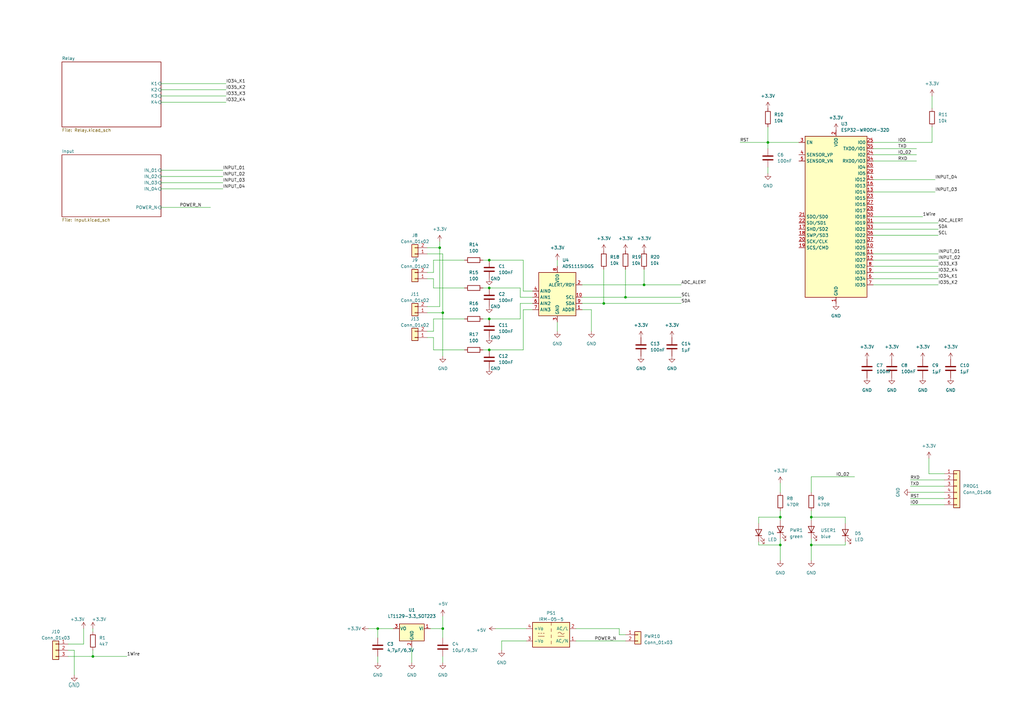
<source format=kicad_sch>
(kicad_sch (version 20230121) (generator eeschema)
  (paper "A3")
  (lib_symbols
    (symbol "Analog_ADC:ADS1115IDGS"
      (property "Reference" "U" (at 2.54 13.97 0))
      (property "Value" "ADS1115IDGS" (at 7.62 11.43 0))
      (symbol "ADS1115IDGS_0_1"
        (rectangle (start -7.62 10.16) (end 7.62 -7.62) (stroke (width 0.254)) (fill (type background)))
      )
      (symbol "ADS1115IDGS_1_1"
        (pin input line (at 10.16 -5.08 180) (length 2.54) (name "ADDR") (number "1"))
        (pin input line (at 10.16 0 180) (length 2.54) (name "SCL") (number "10"))
        (pin output line (at 10.16 5.08 180) (length 2.54) (name "ALERT/RDY") (number "2"))
        (pin power_in line (at 0 -10.16 90) (length 2.54) (name "GND") (number "3"))
        (pin input line (at -10.16 2.54 0) (length 2.54) (name "AIN0") (number "4"))
        (pin input line (at -10.16 0 0) (length 2.54) (name "AIN1") (number "5"))
        (pin input line (at -10.16 -2.54 0) (length 2.54) (name "AIN2") (number "6"))
        (pin input line (at -10.16 -5.08 0) (length 2.54) (name "AIN3") (number "7"))
        (pin power_in line (at 0 12.7 270) (length 2.54) (name "VDD") (number "8"))
        (pin bidirectional line (at 10.16 -2.54 180) (length 2.54) (name "SDA") (number "9"))
      )
    )
    (symbol "Connector_Generic:Conn_01x02" (pin_names (offset 1.016) hide)
      (property "Reference" "J" (at 0 2.54 0))
      (property "Value" "Conn_01x02" (at 0 -5.08 0))
      (symbol "Conn_01x02_1_1"
        (rectangle (start -1.27 -2.413) (end 0 -2.667) (stroke (width 0.1524)))
        (rectangle (start -1.27 0.127) (end 0 -0.127) (stroke (width 0.1524)))
        (rectangle (start -1.27 1.27) (end 1.27 -3.81) (stroke (width 0.254)) (fill (type background)))
        (pin passive line (at -5.08 0 0) (length 3.81) (name "Pin_1") (number "1"))
        (pin passive line (at -5.08 -2.54 0) (length 3.81) (name "Pin_2") (number "2"))
      )
    )
    (symbol "Connector_Generic:Conn_01x03" (pin_names (offset 1.016) hide)
      (property "Reference" "J" (at 0 5.08 0))
      (property "Value" "Conn_01x03" (at 0 -5.08 0))
      (symbol "Conn_01x03_1_1"
        (rectangle (start -1.27 -2.413) (end 0 -2.667) (stroke (width 0.1524)))
        (rectangle (start -1.27 0.127) (end 0 -0.127) (stroke (width 0.1524)))
        (rectangle (start -1.27 2.667) (end 0 2.413) (stroke (width 0.1524)))
        (rectangle (start -1.27 3.81) (end 1.27 -3.81) (stroke (width 0.254)) (fill (type background)))
        (pin passive line (at -5.08 2.54 0) (length 3.81) (name "Pin_1") (number "1"))
        (pin passive line (at -5.08 0 0) (length 3.81) (name "Pin_2") (number "2"))
        (pin passive line (at -5.08 -2.54 0) (length 3.81) (name "Pin_3") (number "3"))
      )
    )
    (symbol "Connector_Generic:Conn_01x06" (pin_names (offset 1.016) hide)
      (property "Reference" "J" (at 0 7.62 0))
      (property "Value" "Conn_01x06" (at 0 -10.16 0))
      (symbol "Conn_01x06_1_1"
        (rectangle (start -1.27 -7.493) (end 0 -7.747) (stroke (width 0.1524)))
        (rectangle (start -1.27 -4.953) (end 0 -5.207) (stroke (width 0.1524)))
        (rectangle (start -1.27 -2.413) (end 0 -2.667) (stroke (width 0.1524)))
        (rectangle (start -1.27 0.127) (end 0 -0.127) (stroke (width 0.1524)))
        (rectangle (start -1.27 2.667) (end 0 2.413) (stroke (width 0.1524)))
        (rectangle (start -1.27 5.207) (end 0 4.953) (stroke (width 0.1524)))
        (rectangle (start -1.27 6.35) (end 1.27 -8.89) (stroke (width 0.254)) (fill (type background)))
        (pin passive line (at -5.08 5.08 0) (length 3.81) (name "Pin_1") (number "1"))
        (pin passive line (at -5.08 2.54 0) (length 3.81) (name "Pin_2") (number "2"))
        (pin passive line (at -5.08 0 0) (length 3.81) (name "Pin_3") (number "3"))
        (pin passive line (at -5.08 -2.54 0) (length 3.81) (name "Pin_4") (number "4"))
        (pin passive line (at -5.08 -5.08 0) (length 3.81) (name "Pin_5") (number "5"))
        (pin passive line (at -5.08 -7.62 0) (length 3.81) (name "Pin_6") (number "6"))
      )
    )
    (symbol "Converter_ACDC:IRM-05-5"
      (property "Reference" "PS" (at 0 6.35 0))
      (property "Value" "IRM-05-5" (at 0 -6.35 0))
      (symbol "IRM-05-5_0_1"
        (rectangle (start -7.62 5.08) (end 7.62 -5.08) (stroke (width 0.254)) (fill (type background)))
        (arc (start -5.334 0.635) (mid -4.699 0.2495) (end -4.064 0.635))
        (arc (start -2.794 0.635) (mid -3.429 1.0072) (end -4.064 0.635))
        (polyline (pts (xy -5.334 -0.635) (xy -2.794 -0.635)))
        (polyline (pts (xy 0 -2.54) (xy 0 -3.81)))
        (polyline (pts (xy 0 0) (xy 0 -1.27)))
        (polyline (pts (xy 0 2.54) (xy 0 1.27)))
        (polyline (pts (xy 0 5.08) (xy 0 3.81)))
        (polyline (pts (xy 2.794 -0.635) (xy 5.334 -0.635)))
        (polyline (pts (xy 2.794 0.635) (xy 3.302 0.635)))
        (polyline (pts (xy 3.81 0.635) (xy 4.318 0.635)))
        (polyline (pts (xy 4.826 0.635) (xy 5.334 0.635)))
      )
      (symbol "IRM-05-5_1_1"
        (pin power_in line (at -10.16 -2.54 0) (length 2.54) (name "AC/N") (number "1"))
        (pin power_in line (at -10.16 2.54 0) (length 2.54) (name "AC/L") (number "2"))
        (pin power_out line (at 10.16 -2.54 180) (length 2.54) (name "-Vo") (number "3"))
        (pin power_out line (at 10.16 2.54 180) (length 2.54) (name "+Vo") (number "4"))
      )
    )
    (symbol "Device:C" (pin_numbers hide) (pin_names (offset 0.254))
      (property "Reference" "C" (at 0.635 2.54 0))
      (property "Value" "C" (at 0.635 -2.54 0))
      (symbol "C_0_1"
        (polyline (pts (xy -2.032 -0.762) (xy 2.032 -0.762)) (stroke (width 0.508)))
        (polyline (pts (xy -2.032 0.762) (xy 2.032 0.762)) (stroke (width 0.508)))
      )
      (symbol "C_1_1"
        (pin passive line (at 0 3.81 270) (length 2.794) (name "~") (number "1"))
        (pin passive line (at 0 -3.81 90) (length 2.794) (name "~") (number "2"))
      )
    )
    (symbol "Device:LED" (pin_numbers hide) (pin_names (offset 1.016) hide)
      (property "Reference" "D" (at 0 2.54 0))
      (property "Value" "LED" (at 0 -2.54 0))
      (symbol "LED_0_1"
        (polyline (pts (xy -1.27 -1.27) (xy -1.27 1.27)) (stroke (width 0.254)))
        (polyline (pts (xy -1.27 0) (xy 1.27 0)))
        (polyline (pts (xy 1.27 -1.27) (xy 1.27 1.27) (xy -1.27 0) (xy 1.27 -1.27)) (stroke (width 0.254)))
        (polyline (pts (xy -3.048 -0.762) (xy -4.572 -2.286) (xy -3.81 -2.286) (xy -4.572 -2.286) (xy -4.572 -1.524)))
        (polyline (pts (xy -1.778 -0.762) (xy -3.302 -2.286) (xy -2.54 -2.286) (xy -3.302 -2.286) (xy -3.302 -1.524)))
      )
      (symbol "LED_1_1"
        (pin passive line (at -3.81 0 0) (length 2.54) (name "K") (number "1"))
        (pin passive line (at 3.81 0 180) (length 2.54) (name "A") (number "2"))
      )
    )
    (symbol "Device:R" (pin_numbers hide) (pin_names (offset 0))
      (property "Reference" "R" (at 2.032 0 90))
      (property "Value" "R" (at 0 0 90))
      (symbol "R_0_1"
        (rectangle (start -1.016 -2.54) (end 1.016 2.54) (stroke (width 0.254)))
      )
      (symbol "R_1_1"
        (pin passive line (at 0 3.81 270) (length 1.27) (name "~") (number "1"))
        (pin passive line (at 0 -3.81 90) (length 1.27) (name "~") (number "2"))
      )
    )
    (symbol "RF_Module:ESP32-WROOM-32D"
      (property "Reference" "U" (at -12.7 34.29 0))
      (property "Value" "ESP32-WROOM-32D" (at 1.27 34.29 0))
      (symbol "ESP32-WROOM-32D_0_1"
        (rectangle (start -12.7 33.02) (end 12.7 -33.02) (stroke (width 0.254)) (fill (type background)))
      )
      (symbol "ESP32-WROOM-32D_1_1"
        (pin power_in line (at 0 -35.56 90) (length 2.54) (name "GND") (number "1"))
        (pin bidirectional line (at 15.24 -12.7 180) (length 2.54) (name "IO25") (number "10"))
        (pin bidirectional line (at 15.24 -15.24 180) (length 2.54) (name "IO26") (number "11"))
        (pin bidirectional line (at 15.24 -17.78 180) (length 2.54) (name "IO27") (number "12"))
        (pin bidirectional line (at 15.24 10.16 180) (length 2.54) (name "IO14") (number "13"))
        (pin bidirectional line (at 15.24 15.24 180) (length 2.54) (name "IO12") (number "14"))
        (pin passive line (at 0 -35.56 90) (length 2.54) hide (name "GND") (number "15"))
        (pin bidirectional line (at 15.24 12.7 180) (length 2.54) (name "IO13") (number "16"))
        (pin bidirectional line (at -15.24 -5.08 0) (length 2.54) (name "SHD/SD2") (number "17"))
        (pin bidirectional line (at -15.24 -7.62 0) (length 2.54) (name "SWP/SD3") (number "18"))
        (pin bidirectional line (at -15.24 -12.7 0) (length 2.54) (name "SCS/CMD") (number "19"))
        (pin power_in line (at 0 35.56 270) (length 2.54) (name "VDD") (number "2"))
        (pin bidirectional line (at -15.24 -10.16 0) (length 2.54) (name "SCK/CLK") (number "20"))
        (pin bidirectional line (at -15.24 0 0) (length 2.54) (name "SDO/SD0") (number "21"))
        (pin bidirectional line (at -15.24 -2.54 0) (length 2.54) (name "SDI/SD1") (number "22"))
        (pin bidirectional line (at 15.24 7.62 180) (length 2.54) (name "IO15") (number "23"))
        (pin bidirectional line (at 15.24 25.4 180) (length 2.54) (name "IO2") (number "24"))
        (pin bidirectional line (at 15.24 30.48 180) (length 2.54) (name "IO0") (number "25"))
        (pin bidirectional line (at 15.24 20.32 180) (length 2.54) (name "IO4") (number "26"))
        (pin bidirectional line (at 15.24 5.08 180) (length 2.54) (name "IO16") (number "27"))
        (pin bidirectional line (at 15.24 2.54 180) (length 2.54) (name "IO17") (number "28"))
        (pin bidirectional line (at 15.24 17.78 180) (length 2.54) (name "IO5") (number "29"))
        (pin input line (at -15.24 30.48 0) (length 2.54) (name "EN") (number "3"))
        (pin bidirectional line (at 15.24 0 180) (length 2.54) (name "IO18") (number "30"))
        (pin bidirectional line (at 15.24 -2.54 180) (length 2.54) (name "IO19") (number "31"))
        (pin no_connect line (at -12.7 -27.94 0) (length 2.54) hide (name "NC") (number "32"))
        (pin bidirectional line (at 15.24 -5.08 180) (length 2.54) (name "IO21") (number "33"))
        (pin bidirectional line (at 15.24 22.86 180) (length 2.54) (name "RXD0/IO3") (number "34"))
        (pin bidirectional line (at 15.24 27.94 180) (length 2.54) (name "TXD0/IO1") (number "35"))
        (pin bidirectional line (at 15.24 -7.62 180) (length 2.54) (name "IO22") (number "36"))
        (pin bidirectional line (at 15.24 -10.16 180) (length 2.54) (name "IO23") (number "37"))
        (pin passive line (at 0 -35.56 90) (length 2.54) hide (name "GND") (number "38"))
        (pin passive line (at 0 -35.56 90) (length 2.54) hide (name "GND") (number "39"))
        (pin input line (at -15.24 25.4 0) (length 2.54) (name "SENSOR_VP") (number "4"))
        (pin input line (at -15.24 22.86 0) (length 2.54) (name "SENSOR_VN") (number "5"))
        (pin input line (at 15.24 -25.4 180) (length 2.54) (name "IO34") (number "6"))
        (pin input line (at 15.24 -27.94 180) (length 2.54) (name "IO35") (number "7"))
        (pin bidirectional line (at 15.24 -20.32 180) (length 2.54) (name "IO32") (number "8"))
        (pin bidirectional line (at 15.24 -22.86 180) (length 2.54) (name "IO33") (number "9"))
      )
    )
    (symbol "Regulator_Linear:LT1129-3.3_SOT223" (pin_names (offset 0.254))
      (property "Reference" "U" (at -3.81 3.175 0))
      (property "Value" "LT1129-3.3_SOT223" (at 0 3.175 0))
      (symbol "LT1129-3.3_SOT223_0_1"
        (rectangle (start -5.08 -5.08) (end 5.08 1.905) (stroke (width 0.254)) (fill (type background)))
      )
      (symbol "LT1129-3.3_SOT223_1_1"
        (pin power_in line (at -7.62 0 0) (length 2.54) (name "VI") (number "1"))
        (pin power_in line (at 0 -7.62 90) (length 2.54) (name "GND") (number "2"))
        (pin power_out line (at 7.62 0 180) (length 2.54) (name "VO") (number "3"))
      )
    )
    (symbol "power:+3.3V" (power) (pin_names (offset 0))
      (property "Value" "+3.3V" (at 0 3.556 0))
      (symbol "+3.3V_0_1"
        (polyline (pts (xy -0.762 1.27) (xy 0 2.54)))
        (polyline (pts (xy 0 0) (xy 0 2.54)))
        (polyline (pts (xy 0 2.54) (xy 0.762 1.27)))
      )
      (symbol "+3.3V_1_1"
        (pin power_in line (at 0 0 90) (length 0) hide (name "+3.3V") (number "1"))
      )
    )
    (symbol "power:+5V" (power) (pin_names (offset 0))
      (property "Value" "+5V" (at 0 3.556 0))
      (symbol "+5V_0_1"
        (polyline (pts (xy -0.762 1.27) (xy 0 2.54)))
        (polyline (pts (xy 0 0) (xy 0 2.54)))
        (polyline (pts (xy 0 2.54) (xy 0.762 1.27)))
      )
      (symbol "+5V_1_1"
        (pin power_in line (at 0 0 90) (length 0) hide (name "+5V") (number "1"))
      )
    )
    (symbol "power:GND" (power) (pin_names (offset 0))
      (property "Value" "GND" (at 0 -3.81 0))
      (symbol "GND_0_1"
        (polyline (pts (xy 0 0) (xy 0 -1.27) (xy 1.27 -1.27) (xy 0 -2.54) (xy -1.27 -1.27) (xy 0 -1.27)))
      )
      (symbol "GND_1_1"
        (pin power_in line (at 0 0 270) (length 0) hide (name "GND") (number "1"))
      )
    )
  )
  (junction (at 320.04 223.52))
  (junction (at 332.74 223.52))
  (junction (at 264.16 116.84))
  (junction (at 181.61 128.27))
  (junction (at 256.54 121.92))
  (junction (at 247.65 124.46))
  (junction (at 200.66 118.11))
  (junction (at 181.61 257.81))
  (junction (at 200.66 106.68))
  (junction (at 154.94 257.81))
  (junction (at 180.34 101.6))
  (junction (at 200.66 143.51))
  (junction (at 200.66 130.81))
  (junction (at 320.04 212.09))
  (junction (at 314.96 58.42))
  (junction (at 332.74 212.09))
  (junction (at 38.1 269.24))
  (wire (pts (xy 358.14 73.66) (xy 383.54 73.66)))
  (wire (pts (xy 228.6 106.68) (xy 228.6 109.22)))
  (wire (pts (xy 218.44 121.92) (xy 213.36 121.92)))
  (wire (pts (xy 176.53 257.81) (xy 181.61 257.81)))
  (wire (pts (xy 314.96 60.96) (xy 314.96 58.42)))
  (wire (pts (xy 175.26 138.43) (xy 177.8 138.43)))
  (wire (pts (xy 314.96 68.58) (xy 314.96 71.12)))
  (wire (pts (xy 264.16 110.49) (xy 264.16 116.84)))
  (wire (pts (xy 66.04 77.47) (xy 91.44 77.47)))
  (wire (pts (xy 180.34 101.6) (xy 180.34 125.73)))
  (wire (pts (xy 228.6 135.89) (xy 228.6 132.08)))
  (wire (pts (xy 203.2 257.81) (xy 215.9 257.81)))
  (wire (pts (xy 358.14 106.68) (xy 384.81 106.68)))
  (wire (pts (xy 381 194.31) (xy 387.35 194.31)))
  (wire (pts (xy 154.94 271.78) (xy 154.94 269.24)))
  (wire (pts (xy 200.66 106.68) (xy 214.63 106.68)))
  (wire (pts (xy 332.74 213.36) (xy 332.74 212.09)))
  (wire (pts (xy 213.36 121.92) (xy 213.36 118.11)))
  (wire (pts (xy 256.54 260.35) (xy 254 260.35)))
  (wire (pts (xy 213.36 118.11) (xy 200.66 118.11)))
  (wire (pts (xy 320.04 223.52) (xy 320.04 229.87)))
  (wire (pts (xy 214.63 106.68) (xy 214.63 119.38)))
  (wire (pts (xy 358.14 78.74) (xy 383.54 78.74)))
  (wire (pts (xy 214.63 127) (xy 218.44 127)))
  (wire (pts (xy 175.26 135.89) (xy 177.8 135.89)))
  (wire (pts (xy 358.14 60.96) (xy 375.92 60.96)))
  (wire (pts (xy 311.15 222.25) (xy 311.15 223.52)))
  (wire (pts (xy 66.04 74.93) (xy 91.44 74.93)))
  (wire (pts (xy 358.14 88.9) (xy 378.46 88.9)))
  (wire (pts (xy 198.12 106.68) (xy 200.66 106.68)))
  (wire (pts (xy 236.22 257.81) (xy 254 257.81)))
  (wire (pts (xy 177.8 111.76) (xy 177.8 106.68)))
  (wire (pts (xy 66.04 72.39) (xy 91.44 72.39)))
  (wire (pts (xy 198.12 143.51) (xy 200.66 143.51)))
  (wire (pts (xy 154.94 257.81) (xy 161.29 257.81)))
  (wire (pts (xy 332.74 220.98) (xy 332.74 223.52)))
  (wire (pts (xy 177.8 106.68) (xy 190.5 106.68)))
  (wire (pts (xy 311.15 214.63) (xy 311.15 212.09)))
  (wire (pts (xy 238.76 116.84) (xy 264.16 116.84)))
  (wire (pts (xy 175.26 104.14) (xy 181.61 104.14)))
  (wire (pts (xy 346.71 214.63) (xy 346.71 212.09)))
  (wire (pts (xy 264.16 116.84) (xy 279.4 116.84)))
  (wire (pts (xy 382.27 39.37) (xy 382.27 44.45)))
  (wire (pts (xy 311.15 223.52) (xy 320.04 223.52)))
  (wire (pts (xy 175.26 111.76) (xy 177.8 111.76)))
  (wire (pts (xy 38.1 269.24) (xy 52.07 269.24)))
  (wire (pts (xy 38.1 257.81) (xy 38.1 259.08)))
  (wire (pts (xy 213.36 124.46) (xy 213.36 130.81)))
  (wire (pts (xy 332.74 223.52) (xy 346.71 223.52)))
  (wire (pts (xy 242.57 135.89) (xy 242.57 127)))
  (wire (pts (xy 27.94 266.7) (xy 30.48 266.7)))
  (wire (pts (xy 200.66 118.11) (xy 198.12 118.11)))
  (wire (pts (xy 66.04 41.91) (xy 92.71 41.91)))
  (wire (pts (xy 175.26 125.73) (xy 180.34 125.73)))
  (wire (pts (xy 181.61 128.27) (xy 181.61 146.05)))
  (wire (pts (xy 358.14 63.5) (xy 375.92 63.5)))
  (wire (pts (xy 177.8 135.89) (xy 177.8 130.81)))
  (wire (pts (xy 214.63 143.51) (xy 214.63 127)))
  (wire (pts (xy 314.96 58.42) (xy 327.66 58.42)))
  (wire (pts (xy 66.04 85.09) (xy 86.36 85.09)))
  (wire (pts (xy 332.74 212.09) (xy 332.74 209.55)))
  (wire (pts (xy 358.14 114.3) (xy 384.81 114.3)))
  (wire (pts (xy 256.54 110.49) (xy 256.54 121.92)))
  (wire (pts (xy 320.04 213.36) (xy 320.04 212.09)))
  (wire (pts (xy 373.38 199.39) (xy 387.35 199.39)))
  (wire (pts (xy 332.74 201.93) (xy 332.74 195.58)))
  (wire (pts (xy 205.74 262.89) (xy 215.9 262.89)))
  (wire (pts (xy 358.14 91.44) (xy 384.81 91.44)))
  (wire (pts (xy 247.65 124.46) (xy 279.4 124.46)))
  (wire (pts (xy 200.66 130.81) (xy 198.12 130.81)))
  (wire (pts (xy 177.8 143.51) (xy 190.5 143.51)))
  (wire (pts (xy 168.91 271.78) (xy 168.91 265.43)))
  (wire (pts (xy 200.66 143.51) (xy 214.63 143.51)))
  (wire (pts (xy 358.14 111.76) (xy 384.81 111.76)))
  (wire (pts (xy 151.13 257.81) (xy 154.94 257.81)))
  (wire (pts (xy 27.94 269.24) (xy 38.1 269.24)))
  (wire (pts (xy 358.14 104.14) (xy 384.81 104.14)))
  (wire (pts (xy 256.54 121.92) (xy 279.4 121.92)))
  (wire (pts (xy 332.74 223.52) (xy 332.74 229.87)))
  (wire (pts (xy 214.63 119.38) (xy 218.44 119.38)))
  (wire (pts (xy 218.44 124.46) (xy 213.36 124.46)))
  (wire (pts (xy 238.76 127) (xy 242.57 127)))
  (wire (pts (xy 320.04 220.98) (xy 320.04 223.52)))
  (wire (pts (xy 254 257.81) (xy 254 260.35)))
  (wire (pts (xy 303.53 58.42) (xy 314.96 58.42)))
  (wire (pts (xy 177.8 118.11) (xy 177.8 114.3)))
  (wire (pts (xy 175.26 114.3) (xy 177.8 114.3)))
  (wire (pts (xy 30.48 266.7) (xy 30.48 276.86)))
  (wire (pts (xy 346.71 212.09) (xy 332.74 212.09)))
  (wire (pts (xy 358.14 109.22) (xy 384.81 109.22)))
  (wire (pts (xy 346.71 222.25) (xy 346.71 223.52)))
  (wire (pts (xy 320.04 212.09) (xy 320.04 209.55)))
  (wire (pts (xy 175.26 128.27) (xy 181.61 128.27)))
  (wire (pts (xy 66.04 39.37) (xy 92.71 39.37)))
  (wire (pts (xy 66.04 34.29) (xy 92.71 34.29)))
  (wire (pts (xy 358.14 116.84) (xy 384.81 116.84)))
  (wire (pts (xy 320.04 201.93) (xy 320.04 198.12)))
  (wire (pts (xy 358.14 96.52) (xy 384.81 96.52)))
  (wire (pts (xy 373.38 196.85) (xy 387.35 196.85)))
  (wire (pts (xy 177.8 130.81) (xy 190.5 130.81)))
  (wire (pts (xy 66.04 36.83) (xy 92.71 36.83)))
  (wire (pts (xy 238.76 121.92) (xy 256.54 121.92)))
  (wire (pts (xy 154.94 261.62) (xy 154.94 257.81)))
  (wire (pts (xy 382.27 52.07) (xy 382.27 58.42)))
  (wire (pts (xy 358.14 93.98) (xy 384.81 93.98)))
  (wire (pts (xy 175.26 101.6) (xy 180.34 101.6)))
  (wire (pts (xy 213.36 130.81) (xy 200.66 130.81)))
  (wire (pts (xy 373.38 201.93) (xy 387.35 201.93)))
  (wire (pts (xy 314.96 58.42) (xy 314.96 52.07)))
  (wire (pts (xy 180.34 101.6) (xy 180.34 99.06)))
  (wire (pts (xy 34.29 264.16) (xy 34.29 257.81)))
  (wire (pts (xy 181.61 261.62) (xy 181.61 257.81)))
  (wire (pts (xy 190.5 118.11) (xy 177.8 118.11)))
  (wire (pts (xy 358.14 66.04) (xy 375.92 66.04)))
  (wire (pts (xy 27.94 264.16) (xy 34.29 264.16)))
  (wire (pts (xy 247.65 110.49) (xy 247.65 124.46)))
  (wire (pts (xy 311.15 212.09) (xy 320.04 212.09)))
  (wire (pts (xy 373.38 207.01) (xy 387.35 207.01)))
  (wire (pts (xy 177.8 143.51) (xy 177.8 138.43)))
  (wire (pts (xy 181.61 271.78) (xy 181.61 269.24)))
  (wire (pts (xy 381 187.96) (xy 381 194.31)))
  (wire (pts (xy 238.76 124.46) (xy 247.65 124.46)))
  (wire (pts (xy 332.74 195.58) (xy 350.52 195.58)))
  (wire (pts (xy 373.38 204.47) (xy 387.35 204.47)))
  (wire (pts (xy 236.22 262.89) (xy 256.54 262.89)))
  (wire (pts (xy 66.04 69.85) (xy 91.44 69.85)))
  (wire (pts (xy 38.1 266.7) (xy 38.1 269.24)))
  (wire (pts (xy 205.74 266.7) (xy 205.74 262.89)))
  (wire (pts (xy 181.61 252.73) (xy 181.61 257.81)))
  (wire (pts (xy 181.61 104.14) (xy 181.61 128.27)))
  (wire (pts (xy 358.14 58.42) (xy 382.27 58.42)))
  (label "IO_02" (at 368.3 63.5 0))
  (label "INPUT_04" (at 91.44 77.47 0))
  (label "INPUT_03" (at 91.44 74.93 0))
  (label "IO35_K2" (at 92.71 36.83 0))
  (label "IO34_K1" (at 384.81 114.3 0))
  (label "TXD" (at 368.3 60.96 0) (effects (font (size 1.2446 1.2446))))
  (label "IO35_K2" (at 384.81 116.84 0))
  (label "INPUT_03" (at 383.54 78.74 0))
  (label "IO_02" (at 342.9 195.58 0))
  (label "INPUT_01" (at 91.44 69.85 0))
  (label "POWER_N" (at 243.84 262.89 0))
  (label "IO32_K4" (at 92.71 41.91 0))
  (label "SDA" (at 384.81 93.98 0))
  (label "IO33_K3" (at 384.81 109.22 0))
  (label "SCL" (at 279.4 121.92 0))
  (label "SDA" (at 279.4 124.46 0))
  (label "ADC_ALERT" (at 279.4 116.84 0))
  (label "SCL" (at 384.81 96.52 0))
  (label "RXD" (at 373.38 196.85 0) (effects (font (size 1.2446 1.2446))))
  (label "TXD" (at 373.38 199.39 0) (effects (font (size 1.2446 1.2446))))
  (label "INPUT_02" (at 384.81 106.68 0))
  (label "INPUT_02" (at 91.44 72.39 0))
  (label "IO0" (at 373.38 207.01 0) (effects (font (size 1.2446 1.2446))))
  (label "RXD" (at 368.3 66.04 0) (effects (font (size 1.2446 1.2446))))
  (label "INPUT_01" (at 384.81 104.14 0))
  (label "1Wire" (at 378.46 88.9 0))
  (label "IO33_K3" (at 92.71 39.37 0))
  (label "RST" (at 303.53 58.42 0) (effects (font (size 1.2446 1.2446))))
  (label "IO32_K4" (at 384.81 111.76 0))
  (label "RST" (at 373.38 204.47 0) (effects (font (size 1.2446 1.2446))))
  (label "IO34_K1" (at 92.71 34.29 0))
  (label "INPUT_04" (at 383.54 73.66 0))
  (label "1Wire" (at 52.07 269.24 0))
  (label "ADC_ALERT" (at 384.81 91.44 0))
  (label "IO0" (at 368.3 58.42 0) (effects (font (size 1.2446 1.2446))))
  (label "POWER_N" (at 73.66 85.09 0))
  (symbol (lib_id "power:GND") (at 154.94 271.78 0) (unit 1)
    (property "Reference" "#PWR018" (effects hide))
    (property "Value" "GND" (at 154.94 276.86 0))
  )
  (symbol (lib_id "Device:R") (at 382.27 48.26 0) (unit 1)
    (property "Reference" "R11" (at 384.81 46.9899 0) (effects (justify left)))
    (property "Value" "10k" (at 384.81 49.5299 0) (effects (justify left)))
    (property "Footprint" "Resistor_SMD:R_0603_1608Metric" (effects hide))
  )
  (symbol (lib_id "power:+3.3V") (at 256.54 102.87 0) (unit 1)
    (property "Reference" "#PWR059" (effects hide))
    (property "Value" "+3.3V" (at 256.54 97.79 0))
  )
  (symbol (lib_id "power:GND") (at 30.48 276.86 0) (unit 1)
    (property "Reference" "#GND05" (effects hide))
    (property "Value" "GND" (at 27.94 281.94 0) (effects (font (size 1.778 1.5113)) (justify left bottom)))
    (property "Footprint" "main:" (effects hide))
  )
  (symbol (lib_id "power:+3.3V") (at 355.6 147.32 0) (unit 1)
    (property "Reference" "#PWR030" (effects hide))
    (property "Value" "+3.3V" (at 355.6 142.24 0))
  )
  (symbol (lib_id "power:GND") (at 355.6 154.94 0) (unit 1)
    (property "Reference" "#PWR031" (effects hide))
    (property "Value" "GND" (at 355.6 160.02 0))
  )
  (symbol (lib_id "power:+3.3V") (at 151.13 257.81 90) (unit 1)
    (property "Reference" "#PWR016" (effects hide))
    (property "Value" "+3.3V" (at 142.24 257.81 90) (effects (justify right)))
  )
  (symbol (lib_id "RF_Module:ESP32-WROOM-32D") (at 342.9 88.9 0) (unit 1)
    (property "Reference" "U3" (at 344.9194 50.8 0) (effects (justify left)))
    (property "Value" "ESP32-WROOM-32D" (at 344.9194 53.34 0) (effects (justify left)))
    (property "Footprint" "RF_Module:ESP32-WROOM-32" (effects hide))
    (property "Datasheet" "https://www.espressif.com/sites/default/files/documentation/esp32-wroom-32d_esp32-wroom-32u_datasheet_en.pdf" (effects hide))
  )
  (symbol (lib_id "Connector_Generic:Conn_01x02") (at 261.62 260.35 0) (unit 1)
    (property "Reference" "PWR10" (at 264.16 260.985 0) (effects (justify left)))
    (property "Value" "Conn_01x03" (at 264.16 263.525 0) (effects (justify left)))
    (property "Footprint" "Connector_Phoenix_MKDSx:MKDSN 2,5-2-5.08" (effects hide))
  )
  (symbol (lib_id "power:+3.3V") (at 378.46 147.32 0) (unit 1)
    (property "Reference" "#PWR035" (effects hide))
    (property "Value" "+3.3V" (at 378.46 142.24 0))
  )
  (symbol (lib_id "Connector_Generic:Conn_01x02") (at 170.18 138.43 180) (unit 1)
    (property "Reference" "J13" (at 170.18 130.81 0))
    (property "Value" "Conn_01x02" (at 170.18 133.35 0))
    (property "Footprint" "Connector_Phoenix_MKDSx:MKDS_1_2_3.81" (effects hide))
  )
  (symbol (lib_id "power:+3.3V") (at 34.29 257.81 0) (unit 1)
    (property "Reference" "#PWR03" (effects hide))
    (property "Value" "+3.3V" (at 31.75 254 0))
  )
  (symbol (lib_id "Device:C") (at 314.96 64.77 0) (unit 1)
    (property "Reference" "C6" (at 318.77 63.4999 0) (effects (justify left)))
    (property "Value" "100nF" (at 318.77 66.0399 0) (effects (justify left)))
    (property "Footprint" "Capacitor_SMD:C_0603_1608Metric" (effects hide))
  )
  (symbol (lib_id "power:GND") (at 320.04 229.87 0) (unit 1)
    (property "Reference" "#PWR015" (effects hide))
    (property "Value" "GND" (at 320.04 234.95 0))
  )
  (symbol (lib_id "power:GND") (at 373.38 201.93 270) (unit 1)
    (property "Reference" "#PWR034" (effects hide))
    (property "Value" "GND" (at 368.3 201.93 0))
  )
  (symbol (lib_id "power:GND") (at 262.89 146.05 0) (unit 1)
    (property "Reference" "#PWR055" (effects hide))
    (property "Value" "GND" (at 262.89 151.13 0))
  )
  (symbol (lib_id "Device:C") (at 200.66 147.32 0) (unit 1)
    (property "Reference" "C12" (at 204.47 146.0499 0) (effects (justify left)))
    (property "Value" "100nF" (at 204.47 148.5899 0) (effects (justify left)))
    (property "Footprint" "Capacitor_SMD:C_0603_1608Metric" (effects hide))
  )
  (symbol (lib_id "power:+3.3V") (at 38.1 257.81 0) (unit 1)
    (property "Reference" "#PWR02" (effects hide))
    (property "Value" "+3.3V" (at 40.64 254 0))
  )
  (symbol (lib_id "Device:R") (at 38.1 262.89 0) (unit 1)
    (property "Reference" "R1" (at 40.64 261.6199 0) (effects (justify left)))
    (property "Value" "4k7" (at 40.64 264.1599 0) (effects (justify left)))
    (property "Footprint" "Resistor_SMD:R_0603_1608Metric" (effects hide))
  )
  (symbol (lib_id "power:+5V") (at 181.61 252.73 0) (unit 1)
    (property "Reference" "#PWR020" (effects hide))
    (property "Value" "+5V" (at 181.61 247.65 0))
  )
  (symbol (lib_id "power:GND") (at 168.91 271.78 0) (unit 1)
    (property "Reference" "#PWR019" (effects hide))
    (property "Value" "GND" (at 168.91 276.86 0))
  )
  (symbol (lib_id "power:GND") (at 181.61 146.05 0) (unit 1)
    (property "Reference" "#PWR046" (effects hide))
    (property "Value" "GND" (at 181.61 151.13 0))
  )
  (symbol (lib_id "Device:LED") (at 332.74 217.17 90) (unit 1)
    (property "Reference" "USER1" (at 336.55 217.4874 90) (effects (justify right)))
    (property "Value" "blue" (at 336.55 220.0274 90) (effects (justify right)))
    (property "Footprint" "LED_SMD:LED_0603_1608Metric" (effects hide))
  )
  (symbol (lib_id "power:GND") (at 200.66 125.73 0) (unit 1)
    (property "Reference" "#PWR048" (effects hide))
    (property "Value" "GND" (at 203.2 125.73 0))
  )
  (symbol (lib_id "Connector_Generic:Conn_01x02") (at 170.18 114.3 180) (unit 1)
    (property "Reference" "J9" (at 170.18 106.68 0))
    (property "Value" "Conn_01x02" (at 170.18 109.22 0))
    (property "Footprint" "Connector_Phoenix_MKDSx:MKDS_1_2_3.81" (effects hide))
  )
  (symbol (lib_id "Device:R") (at 194.31 106.68 90) (unit 1)
    (property "Reference" "R14" (at 194.31 100.33 90))
    (property "Value" "100" (at 194.31 102.87 90))
    (property "Footprint" "Resistor_SMD:R_0603_1608Metric" (effects hide))
  )
  (symbol (lib_id "power:GND") (at 332.74 229.87 0) (unit 1)
    (property "Reference" "#PWR017" (effects hide))
    (property "Value" "GND" (at 332.74 234.95 0))
  )
  (symbol (lib_id "Device:C") (at 154.94 265.43 0) (unit 1)
    (property "Reference" "C3" (at 158.75 264.1599 0) (effects (justify left)))
    (property "Value" "4,7µF/6,3V" (at 158.75 266.6999 0) (effects (justify left)))
    (property "Footprint" "Capacitor_SMD:C_0603_1608Metric" (effects hide))
  )
  (symbol (lib_id "power:GND") (at 181.61 271.78 0) (unit 1)
    (property "Reference" "#PWR021" (effects hide))
    (property "Value" "GND" (at 181.61 276.86 0))
  )
  (symbol (lib_id "power:+3.3V") (at 314.96 44.45 0) (unit 1)
    (property "Reference" "#PWR026" (effects hide))
    (property "Value" "+3.3V" (at 314.96 39.37 0))
  )
  (symbol (lib_id "Device:C") (at 378.46 151.13 0) (unit 1)
    (property "Reference" "C9" (at 382.27 149.8599 0) (effects (justify left)))
    (property "Value" "1µF" (at 382.27 152.3999 0) (effects (justify left)))
    (property "Footprint" "Capacitor_SMD:C_0603_1608Metric" (effects hide))
  )
  (symbol (lib_id "power:+3.3V") (at 365.76 147.32 0) (unit 1)
    (property "Reference" "#PWR032" (effects hide))
    (property "Value" "+3.3V" (at 365.76 142.24 0))
  )
  (symbol (lib_id "Connector_Generic:Conn_01x03") (at 22.86 266.7 0) (mirror y) (unit 1)
    (property "Reference" "J10" (at 22.86 259.08 0))
    (property "Value" "Conn_01x03" (at 22.86 261.62 0))
    (property "Footprint" "Connector_Phoenix_MKDSx:MKDS_1_3_3.81" (effects hide))
  )
  (symbol (lib_id "power:+3.3V") (at 247.65 102.87 0) (unit 1)
    (property "Reference" "#PWR058" (effects hide))
    (property "Value" "+3.3V" (at 247.65 97.79 0))
  )
  (symbol (lib_id "Device:R") (at 264.16 106.68 0) (unit 1)
    (property "Reference" "R20" (at 266.7 105.4099 0) (effects (justify left)))
    (property "Value" "10k" (at 266.7 107.9499 0) (effects (justify left)))
    (property "Footprint" "Resistor_SMD:R_0603_1608Metric" (effects hide))
  )
  (symbol (lib_id "power:+3.3V") (at 264.16 102.87 0) (unit 1)
    (property "Reference" "#PWR060" (effects hide))
    (property "Value" "+3.3V" (at 264.16 97.79 0))
  )
  (symbol (lib_id "power:GND") (at 389.89 154.94 0) (unit 1)
    (property "Reference" "#PWR040" (effects hide))
    (property "Value" "GND" (at 389.89 160.02 0))
  )
  (symbol (lib_id "Device:C") (at 181.61 265.43 0) (unit 1)
    (property "Reference" "C4" (at 185.42 264.1599 0) (effects (justify left)))
    (property "Value" "10µF/6,3V" (at 185.42 266.6999 0) (effects (justify left)))
    (property "Footprint" "Capacitor_SMD:C_0603_1608Metric" (effects hide))
  )
  (symbol (lib_id "power:+3.3V") (at 320.04 198.12 0) (unit 1)
    (property "Reference" "#PWR014" (effects hide))
    (property "Value" "+3.3V" (at 320.04 193.04 0))
  )
  (symbol (lib_id "Device:C") (at 365.76 151.13 0) (unit 1)
    (property "Reference" "C8" (at 369.57 149.8599 0) (effects (justify left)))
    (property "Value" "100nF" (at 369.57 152.3999 0) (effects (justify left)))
    (property "Footprint" "Capacitor_SMD:C_0603_1608Metric" (effects hide))
  )
  (symbol (lib_id "Device:R") (at 320.04 205.74 0) (unit 1)
    (property "Reference" "R8" (at 322.58 204.4699 0) (effects (justify left)))
    (property "Value" "470R" (at 322.58 207.0099 0) (effects (justify left)))
    (property "Footprint" "Resistor_SMD:R_0603_1608Metric" (effects hide))
  )
  (symbol (lib_id "power:GND") (at 242.57 135.89 0) (unit 1)
    (property "Reference" "#PWR053" (effects hide))
    (property "Value" "GND" (at 242.57 140.97 0))
  )
  (symbol (lib_id "Connector_Generic:Conn_01x02") (at 170.18 104.14 180) (unit 1)
    (property "Reference" "J8" (at 170.18 96.52 0))
    (property "Value" "Conn_01x02" (at 170.18 99.06 0))
    (property "Footprint" "Connector_Phoenix_MKDSx:MKDS_1_2_3.81" (effects hide))
  )
  (symbol (lib_id "power:GND") (at 378.46 154.94 0) (unit 1)
    (property "Reference" "#PWR036" (effects hide))
    (property "Value" "GND" (at 378.46 160.02 0))
  )
  (symbol (lib_id "Device:LED") (at 320.04 217.17 90) (unit 1)
    (property "Reference" "PWR1" (at 323.85 217.4874 90) (effects (justify right)))
    (property "Value" "green" (at 323.85 220.0274 90) (effects (justify right)))
    (property "Footprint" "LED_SMD:LED_0603_1608Metric" (effects hide))
  )
  (symbol (lib_id "power:+5V") (at 203.2 257.81 90) (unit 1)
    (property "Reference" "#PWR04" (effects hide))
    (property "Value" "+5V" (at 199.39 258.445 90) (effects (justify left)))
  )
  (symbol (lib_id "Device:C") (at 200.66 121.92 0) (unit 1)
    (property "Reference" "C2" (at 204.47 120.6499 0) (effects (justify left)))
    (property "Value" "100nF" (at 204.47 123.1899 0) (effects (justify left)))
    (property "Footprint" "Capacitor_SMD:C_0603_1608Metric" (effects hide))
  )
  (symbol (lib_id "power:+3.3V") (at 180.34 99.06 0) (unit 1)
    (property "Reference" "#PWR045" (effects hide))
    (property "Value" "+3.3V" (at 180.34 93.98 0))
  )
  (symbol (lib_id "Device:C") (at 262.89 142.24 0) (unit 1)
    (property "Reference" "C13" (at 266.7 140.9699 0) (effects (justify left)))
    (property "Value" "100nF" (at 266.7 143.5099 0) (effects (justify left)))
    (property "Footprint" "Capacitor_SMD:C_0603_1608Metric" (effects hide))
  )
  (symbol (lib_id "Device:C") (at 200.66 134.62 0) (unit 1)
    (property "Reference" "C11" (at 204.47 133.3499 0) (effects (justify left)))
    (property "Value" "100nF" (at 204.47 135.8899 0) (effects (justify left)))
    (property "Footprint" "Capacitor_SMD:C_0603_1608Metric" (effects hide))
  )
  (symbol (lib_id "Device:C") (at 200.66 110.49 0) (unit 1)
    (property "Reference" "C1" (at 204.47 109.2199 0) (effects (justify left)))
    (property "Value" "100nF" (at 204.47 111.7599 0) (effects (justify left)))
    (property "Footprint" "Capacitor_SMD:C_0603_1608Metric" (effects hide))
  )
  (symbol (lib_id "Device:C") (at 275.59 142.24 0) (unit 1)
    (property "Reference" "C14" (at 279.4 140.9699 0) (effects (justify left)))
    (property "Value" "1µF" (at 279.4 143.5099 0) (effects (justify left)))
    (property "Footprint" "Capacitor_SMD:C_0603_1608Metric" (effects hide))
  )
  (symbol (lib_id "power:GND") (at 314.96 71.12 0) (unit 1)
    (property "Reference" "#PWR027" (effects hide))
    (property "Value" "GND" (at 314.96 76.2 0))
  )
  (symbol (lib_id "Device:R") (at 194.31 143.51 90) (unit 1)
    (property "Reference" "R17" (at 194.31 137.16 90))
    (property "Value" "100" (at 194.31 139.7 90))
    (property "Footprint" "Resistor_SMD:R_0603_1608Metric" (effects hide))
  )
  (symbol (lib_id "Device:R") (at 256.54 106.68 0) (unit 1)
    (property "Reference" "R19" (at 259.08 105.4099 0) (effects (justify left)))
    (property "Value" "10k" (at 259.08 107.9499 0) (effects (justify left)))
    (property "Footprint" "Resistor_SMD:R_0603_1608Metric" (effects hide))
  )
  (symbol (lib_id "power:+3.3V") (at 389.89 147.32 0) (unit 1)
    (property "Reference" "#PWR039" (effects hide))
    (property "Value" "+3.3V" (at 389.89 142.24 0))
  )
  (symbol (lib_id "Device:R") (at 247.65 106.68 0) (unit 1)
    (property "Reference" "R18" (at 250.19 105.4099 0) (effects (justify left)))
    (property "Value" "10k" (at 250.19 107.9499 0) (effects (justify left)))
    (property "Footprint" "Resistor_SMD:R_0603_1608Metric" (effects hide))
  )
  (symbol (lib_id "Device:C") (at 355.6 151.13 0) (unit 1)
    (property "Reference" "C7" (at 359.41 149.8599 0) (effects (justify left)))
    (property "Value" "100nF" (at 359.41 152.3999 0) (effects (justify left)))
    (property "Footprint" "Capacitor_SMD:C_0603_1608Metric" (effects hide))
  )
  (symbol (lib_id "power:GND") (at 365.76 154.94 0) (unit 1)
    (property "Reference" "#PWR033" (effects hide))
    (property "Value" "GND" (at 365.76 160.02 0))
  )
  (symbol (lib_id "Device:R") (at 194.31 118.11 90) (unit 1)
    (property "Reference" "R15" (at 194.31 111.76 90))
    (property "Value" "100" (at 194.31 114.3 90))
    (property "Footprint" "Resistor_SMD:R_0603_1608Metric" (effects hide))
  )
  (symbol (lib_id "power:+3.3V") (at 342.9 53.34 0) (unit 1)
    (property "Reference" "#PWR028" (effects hide))
    (property "Value" "+3.3V" (at 342.9 48.26 0))
  )
  (symbol (lib_id "power:+3.3V") (at 262.89 138.43 0) (unit 1)
    (property "Reference" "#PWR054" (effects hide))
    (property "Value" "+3.3V" (at 262.89 133.35 0))
  )
  (symbol (lib_id "Device:C") (at 389.89 151.13 0) (unit 1)
    (property "Reference" "C10" (at 393.7 149.8599 0) (effects (justify left)))
    (property "Value" "1µF" (at 393.7 152.3999 0) (effects (justify left)))
    (property "Footprint" "Capacitor_SMD:C_0603_1608Metric" (effects hide))
  )
  (symbol (lib_id "Device:LED") (at 346.71 218.44 90) (unit 1)
    (property "Reference" "D5" (at 350.52 218.7574 90) (effects (justify right)))
    (property "Value" "LED" (at 350.52 221.2974 90) (effects (justify right)))
    (property "Footprint" "LED_THT:LED_D3.0mm_Clear" (effects hide))
  )
  (symbol (lib_id "Device:R") (at 194.31 130.81 90) (unit 1)
    (property "Reference" "R16" (at 194.31 124.46 90))
    (property "Value" "100" (at 194.31 127 90))
    (property "Footprint" "Resistor_SMD:R_0603_1608Metric" (effects hide))
  )
  (symbol (lib_id "power:GND") (at 275.59 146.05 0) (unit 1)
    (property "Reference" "#PWR057" (effects hide))
    (property "Value" "GND" (at 275.59 151.13 0))
  )
  (symbol (lib_id "power:+3.3V") (at 275.59 138.43 0) (unit 1)
    (property "Reference" "#PWR056" (effects hide))
    (property "Value" "+3.3V" (at 275.59 133.35 0))
  )
  (symbol (lib_id "Regulator_Linear:LT1129-3.3_SOT223") (at 168.91 257.81 0) (mirror y) (unit 1)
    (property "Reference" "U1" (at 168.91 250.19 0))
    (property "Value" "LT1129-3.3_SOT223" (at 168.91 252.73 0))
    (property "Footprint" "Package_TO_SOT_SMD:SOT-223-3_TabPin2" (effects hide))
    (property "Datasheet" "https://www.analog.com/media/en/technical-documentation/data-sheets/112935ff.pdf" (effects hide))
  )
  (symbol (lib_id "power:GND") (at 200.66 138.43 0) (unit 1)
    (property "Reference" "#PWR049" (effects hide))
    (property "Value" "GND" (at 203.2 138.43 0))
  )
  (symbol (lib_id "Connector_Generic:Conn_01x02") (at 170.18 128.27 180) (unit 1)
    (property "Reference" "J11" (at 170.18 120.65 0))
    (property "Value" "Conn_01x02" (at 170.18 123.19 0))
    (property "Footprint" "Connector_Phoenix_MKDSx:MKDS_1_2_3.81" (effects hide))
  )
  (symbol (lib_id "power:+3.3V") (at 228.6 106.68 0) (unit 1)
    (property "Reference" "#PWR051" (effects hide))
    (property "Value" "+3.3V" (at 228.6 101.6 0))
  )
  (symbol (lib_id "power:GND") (at 205.74 266.7 0) (unit 1)
    (property "Reference" "#PWR041" (effects hide))
    (property "Value" "GND" (at 205.74 271.78 0))
  )
  (symbol (lib_id "Analog_ADC:ADS1115IDGS") (at 228.6 121.92 0) (unit 1)
    (property "Reference" "U4" (at 230.6194 106.68 0) (effects (justify left)))
    (property "Value" "ADS1115IDGS" (at 230.6194 109.22 0) (effects (justify left)))
    (property "Footprint" "Package_SO:TSSOP-10_3x3mm_P0.5mm" (effects hide))
    (property "Datasheet" "http://www.ti.com/lit/ds/symlink/ads1113.pdf" (effects hide))
  )
  (symbol (lib_id "power:+3.3V") (at 381 187.96 0) (unit 1)
    (property "Reference" "#PWR037" (effects hide))
    (property "Value" "+3.3V" (at 381 182.88 0))
  )
  (symbol (lib_id "power:GND") (at 228.6 135.89 0) (unit 1)
    (property "Reference" "#PWR052" (effects hide))
    (property "Value" "GND" (at 228.6 140.97 0))
  )
  (symbol (lib_id "power:GND") (at 200.66 151.13 0) (unit 1)
    (property "Reference" "#PWR050" (effects hide))
    (property "Value" "GND" (at 203.2 151.13 0))
  )
  (symbol (lib_id "power:GND") (at 200.66 114.3 0) (unit 1)
    (property "Reference" "#PWR047" (effects hide))
    (property "Value" "GND" (at 203.2 114.3 0))
  )
  (symbol (lib_id "Connector_Generic:Conn_01x06") (at 392.43 199.39 0) (unit 1)
    (property "Reference" "PROG1" (at 394.97 199.3899 0) (effects (justify left)))
    (property "Value" "Conn_01x06" (at 394.97 201.9299 0) (effects (justify left)))
    (property "Footprint" "Connector_PinHeader_2.54mm:PinHeader_1x06_P2.54mm_Vertical" (effects hide))
  )
  (symbol (lib_id "Device:R") (at 332.74 205.74 0) (unit 1)
    (property "Reference" "R9" (at 335.28 204.4699 0) (effects (justify left)))
    (property "Value" "470R" (at 335.28 207.0099 0) (effects (justify left)))
    (property "Footprint" "Resistor_SMD:R_0603_1608Metric" (effects hide))
  )
  (symbol (lib_id "power:+3.3V") (at 382.27 39.37 0) (unit 1)
    (property "Reference" "#PWR038" (effects hide))
    (property "Value" "+3.3V" (at 382.27 34.29 0))
  )
  (symbol (lib_id "Device:LED") (at 311.15 218.44 90) (unit 1)
    (property "Reference" "D4" (at 314.96 218.7574 90) (effects (justify right)))
    (property "Value" "LED" (at 314.96 221.2974 90) (effects (justify right)))
    (property "Footprint" "LED_THT:LED_D3.0mm_Clear" (effects hide))
  )
  (symbol (lib_id "Device:R") (at 314.96 48.26 0) (unit 1)
    (property "Reference" "R10" (at 317.5 46.9899 0) (effects (justify left)))
    (property "Value" "10k" (at 317.5 49.5299 0) (effects (justify left)))
    (property "Footprint" "Resistor_SMD:R_0603_1608Metric" (effects hide))
  )
  (symbol (lib_id "power:GND") (at 342.9 124.46 0) (unit 1)
    (property "Reference" "#PWR029" (effects hide))
    (property "Value" "GND" (at 342.9 129.54 0))
  )
  (symbol (lib_id "Converter_ACDC:IRM-05-5") (at 226.06 260.35 0) (mirror y) (unit 1)
    (property "Reference" "PS1" (at 226.06 251.46 0))
    (property "Value" "IRM-05-5" (at 226.06 254 0))
    (property "Footprint" "Converter_ACDC:Converter_ACDC_MeanWell_IRM-05-xx_THT" (effects hide))
    (property "Datasheet" "https://www.meanwell.com/Upload/PDF/IRM-05/IRM-05-SPEC.PDF" (effects hide))
  )
  (sheet (at 25.4 63.5) (size 40.64 25.4) (stroke (width 0.1524))
    (property "Sheetname" "Input" (at 25.4 62.7884 0) (effects (justify left bottom)))
    (property "Sheetfile" "Input.kicad_sch" (at 25.4 89.4846 0) (effects (justify left top)))
    (pin "IN_02" input (at 66.04 72.39 0))
    (pin "IN_03" input (at 66.04 74.93 0))
    (pin "IN_04" input (at 66.04 77.47 0))
    (pin "IN_01" input (at 66.04 69.85 0))
    (pin "POWER_N" input (at 66.04 85.09 0))
  )
  (sheet (at 25.4 25.4) (size 40.64 26.67) (stroke (width 0.1524))
    (property "Sheetname" "Relay" (at 25.4 24.6884 0) (effects (justify left bottom)))
    (property "Sheetfile" "Relay.kicad_sch" (at 25.4 52.6546 0) (effects (justify left top)))
    (pin "K4" input (at 66.04 41.91 0))
    (pin "K1" input (at 66.04 34.29 0))
    (pin "K2" input (at 66.04 36.83 0))
    (pin "K3" input (at 66.04 39.37 0))
  )
)
</source>
